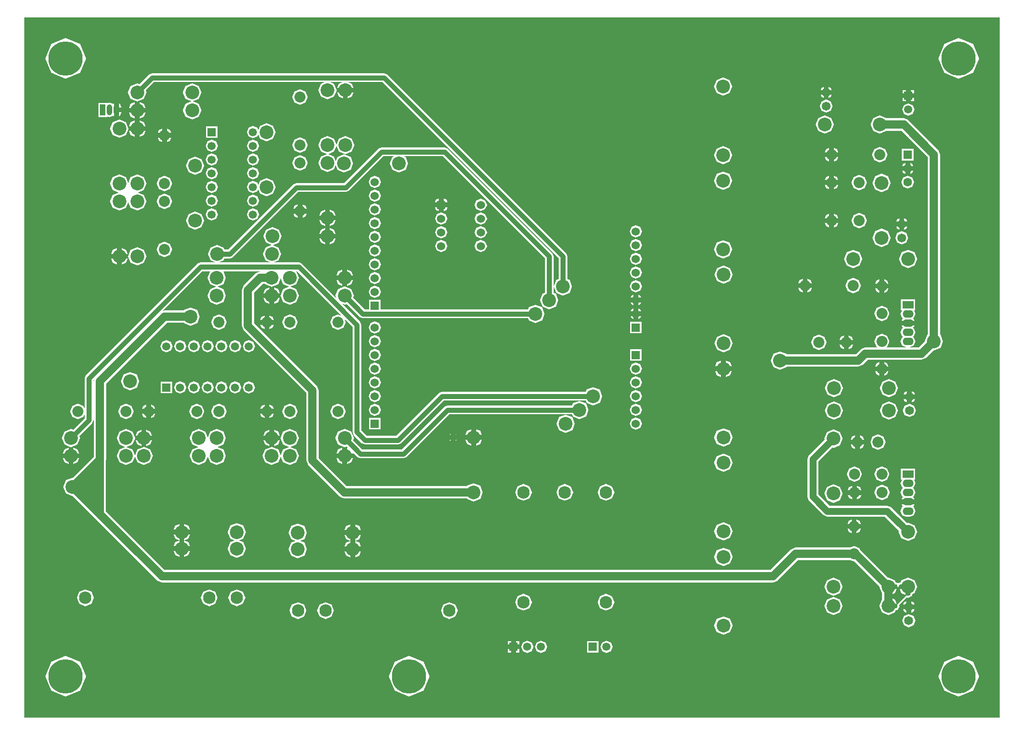
<source format=gtl>
%FSAX24Y24*%
%MOIN*%
G70*
G01*
G75*
G04 Layer_Physical_Order=1*
G04 Layer_Color=255*
%ADD10C,0.0350*%
%ADD11C,0.0600*%
%ADD12C,0.0500*%
%ADD13C,0.1000*%
%ADD14C,0.0800*%
%ADD15R,0.0591X0.0591*%
%ADD16C,0.0591*%
%ADD17R,0.0630X0.0630*%
%ADD18C,0.0630*%
%ADD19O,0.0787X0.0551*%
%ADD20R,0.0787X0.0551*%
%ADD21R,0.0600X0.0600*%
%ADD22C,0.0600*%
G04:AMPARAMS|DCode=23|XSize=60mil|YSize=60mil|CornerRadius=7.5mil|HoleSize=0mil|Usage=FLASHONLY|Rotation=0.000|XOffset=0mil|YOffset=0mil|HoleType=Round|Shape=RoundedRectangle|*
%AMROUNDEDRECTD23*
21,1,0.0600,0.0450,0,0,0.0*
21,1,0.0450,0.0600,0,0,0.0*
1,1,0.0150,0.0225,-0.0225*
1,1,0.0150,-0.0225,-0.0225*
1,1,0.0150,-0.0225,0.0225*
1,1,0.0150,0.0225,0.0225*
%
%ADD23ROUNDEDRECTD23*%
%ADD24C,0.0906*%
%ADD25O,0.0394X0.0787*%
%ADD26R,0.0394X0.0787*%
%ADD27R,0.0591X0.0591*%
%ADD28C,0.0650*%
%ADD29C,0.0591*%
%ADD30R,0.0591X0.0591*%
%ADD31R,0.0591X0.0591*%
%ADD32C,0.2500*%
G36*
X100000Y019000D02*
X029000D01*
Y070000D01*
X100000D01*
Y019000D01*
D02*
G37*
%LPC*%
G36*
X046482Y041125D02*
X046166D01*
X046259Y040902D01*
X046482Y040810D01*
Y041125D01*
D02*
G37*
G36*
X038534D02*
X038218D01*
Y040810D01*
X038441Y040902D01*
X038534Y041125D01*
D02*
G37*
G36*
X047147D02*
X046832D01*
Y040810D01*
X047055Y040902D01*
X047147Y041125D01*
D02*
G37*
G36*
X054500Y041855D02*
X054179Y041721D01*
X054045Y041400D01*
X054179Y041079D01*
X054500Y040945D01*
X054821Y041079D01*
X054955Y041400D01*
X054821Y041721D01*
X054500Y041855D01*
D02*
G37*
G36*
X093409Y041842D02*
X093069Y041701D01*
X092928Y041360D01*
X093069Y041019D01*
X093409Y040878D01*
X093750Y041019D01*
X093891Y041360D01*
X093750Y041701D01*
X093409Y041842D01*
D02*
G37*
G36*
X043157Y041863D02*
X042759Y041698D01*
X042594Y041300D01*
X042759Y040902D01*
X043157Y040737D01*
X043555Y040902D01*
X043720Y041300D01*
X043555Y041698D01*
X043157Y041863D01*
D02*
G37*
G36*
X041543D02*
X041145Y041698D01*
X040981Y041300D01*
X041145Y040902D01*
X041543Y040737D01*
X041941Y040902D01*
X042106Y041300D01*
X041941Y041698D01*
X041543Y041863D01*
D02*
G37*
G36*
X048320D02*
X047922Y041698D01*
X047757Y041300D01*
X047922Y040902D01*
X048320Y040737D01*
X048718Y040902D01*
X048883Y041300D01*
X048718Y041698D01*
X048320Y041863D01*
D02*
G37*
G36*
X037868Y041125D02*
X037553D01*
X037645Y040902D01*
X037868Y040810D01*
Y041125D01*
D02*
G37*
G36*
X051820Y041863D02*
X051422Y041698D01*
X051257Y041300D01*
X051422Y040902D01*
X051820Y040737D01*
X052218Y040902D01*
X052383Y041300D01*
X052218Y041698D01*
X051820Y041863D01*
D02*
G37*
G36*
X073500Y042855D02*
X073179Y042721D01*
X073045Y042400D01*
X073179Y042079D01*
X073500Y041945D01*
X073821Y042079D01*
X073955Y042400D01*
X073821Y042721D01*
X073500Y042855D01*
D02*
G37*
G36*
X054500D02*
X054179Y042721D01*
X054045Y042400D01*
X054179Y042079D01*
X054500Y041945D01*
X054821Y042079D01*
X054955Y042400D01*
X054821Y042721D01*
X054500Y042855D01*
D02*
G37*
G36*
X093234Y042185D02*
X093000D01*
X093069Y042019D01*
X093234Y041951D01*
Y042185D01*
D02*
G37*
G36*
X087919Y043661D02*
X087445Y043465D01*
X087248Y042990D01*
X087445Y042515D01*
X087919Y042319D01*
X088394Y042515D01*
X088590Y042990D01*
X088394Y043465D01*
X087919Y043661D01*
D02*
G37*
G36*
X093818Y042185D02*
X093584D01*
Y041951D01*
X093750Y042019D01*
X093818Y042185D01*
D02*
G37*
G36*
X037868Y041790D02*
X037645Y041698D01*
X037553Y041475D01*
X037868D01*
Y041790D01*
D02*
G37*
G36*
X073500Y041855D02*
X073179Y041721D01*
X073045Y041400D01*
X073179Y041079D01*
X073500Y040945D01*
X073821Y041079D01*
X073955Y041400D01*
X073821Y041721D01*
X073500Y041855D01*
D02*
G37*
G36*
X038218Y041790D02*
Y041475D01*
X038534D01*
X038441Y041698D01*
X038218Y041790D01*
D02*
G37*
G36*
X046832D02*
Y041475D01*
X047147D01*
X047055Y041698D01*
X046832Y041790D01*
D02*
G37*
G36*
X046482D02*
X046259Y041698D01*
X046166Y041475D01*
X046482D01*
Y041790D01*
D02*
G37*
G36*
X036380Y041863D02*
X035982Y041698D01*
X035817Y041300D01*
X035982Y040902D01*
X036380Y040737D01*
X036778Y040902D01*
X036943Y041300D01*
X036778Y041698D01*
X036380Y041863D01*
D02*
G37*
G36*
X037522Y039949D02*
X037222Y039825D01*
X037098Y039525D01*
X037522D01*
Y039949D01*
D02*
G37*
G36*
X048310Y040021D02*
X047835Y039825D01*
X047657Y039393D01*
X047657Y039393D01*
X047639Y039350D01*
X047657Y039307D01*
X047657Y039307D01*
X047835Y038875D01*
X048259Y038700D01*
X047835Y038525D01*
X047657Y038093D01*
X047478Y038525D01*
X047054Y038700D01*
X047054Y038700D01*
X047003Y038721D01*
X046952Y038700D01*
X046952Y038700D01*
X046529Y038525D01*
X046332Y038050D01*
X046529Y037575D01*
X047003Y037379D01*
X047478Y037575D01*
X047657Y038007D01*
X047835Y037575D01*
X048310Y037379D01*
X048785Y037575D01*
X048981Y038050D01*
X048785Y038525D01*
X048361Y038700D01*
X048785Y038875D01*
X048981Y039350D01*
X048785Y039825D01*
X048310Y040021D01*
D02*
G37*
G36*
X037872Y039949D02*
Y039525D01*
X038295D01*
X038171Y039825D01*
X037872Y039949D01*
D02*
G37*
G36*
X047178D02*
Y039525D01*
X047602D01*
X047478Y039825D01*
X047178Y039949D01*
D02*
G37*
G36*
X046828D02*
X046529Y039825D01*
X046405Y039525D01*
X046828D01*
Y039949D01*
D02*
G37*
G36*
X089464Y039550D02*
X089241Y039458D01*
X089149Y039235D01*
X089464D01*
Y039550D01*
D02*
G37*
G36*
X060452Y039225D02*
X060375D01*
Y039148D01*
X060430Y039170D01*
X060452Y039225D01*
D02*
G37*
G36*
X089814Y039550D02*
Y039235D01*
X090130D01*
X090037Y039458D01*
X089814Y039550D01*
D02*
G37*
G36*
X043003Y040021D02*
X042529Y039825D01*
X042350Y039393D01*
X042171Y039825D01*
X041697Y040021D01*
X041222Y039825D01*
X041026Y039350D01*
X041222Y038875D01*
X041646Y038700D01*
X041222Y038525D01*
X041026Y038050D01*
X041222Y037575D01*
X041697Y037379D01*
X042171Y037575D01*
X042350Y038007D01*
X042529Y037575D01*
X043003Y037379D01*
X043478Y037575D01*
X043674Y038050D01*
X043478Y038525D01*
X043054Y038700D01*
X043478Y038875D01*
X043674Y039350D01*
X043478Y039825D01*
X043003Y040021D01*
D02*
G37*
G36*
X036390D02*
X035915Y039825D01*
X035719Y039350D01*
X035915Y038875D01*
X036339Y038700D01*
X035915Y038525D01*
X035719Y038050D01*
X035915Y037575D01*
X036390Y037379D01*
X036865Y037575D01*
X037043Y038007D01*
X037222Y037575D01*
X037697Y037379D01*
X038171Y037575D01*
X038368Y038050D01*
X038171Y038525D01*
X037748Y038700D01*
X037748Y038700D01*
X037697Y038721D01*
X037646Y038700D01*
X037646Y038700D01*
X037222Y038525D01*
X037043Y038093D01*
X036865Y038525D01*
X036441Y038700D01*
X036865Y038875D01*
X037043Y039307D01*
X037043Y039307D01*
X037061Y039350D01*
X037043Y039393D01*
X037043Y039393D01*
X036865Y039825D01*
X036390Y040021D01*
D02*
G37*
G36*
X054920Y040820D02*
X054080D01*
Y039980D01*
X054920D01*
Y040820D01*
D02*
G37*
G36*
X073500Y040855D02*
X073179Y040721D01*
X073045Y040400D01*
X073179Y040079D01*
X073500Y039945D01*
X073821Y040079D01*
X073955Y040400D01*
X073821Y040721D01*
X073500Y040855D01*
D02*
G37*
G36*
X087919Y042021D02*
X087445Y041825D01*
X087248Y041350D01*
X087445Y040875D01*
X087919Y040679D01*
X088394Y040875D01*
X088590Y041350D01*
X088394Y041825D01*
X087919Y042021D01*
D02*
G37*
G36*
X069400Y042071D02*
X068925Y041875D01*
X068861Y041719D01*
X059800D01*
X059640Y041653D01*
X059574Y041626D01*
X056468Y038519D01*
X053592D01*
X052917Y039195D01*
X052981Y039350D01*
X052785Y039825D01*
X052310Y040021D01*
X051835Y039825D01*
X051639Y039350D01*
X051835Y038875D01*
X052259Y038700D01*
X052259Y038700D01*
X052310Y038679D01*
X052361Y038700D01*
X052361Y038700D01*
X052465Y038743D01*
X052613Y038596D01*
X052485Y038649D01*
Y038225D01*
X052909D01*
X052856Y038353D01*
X053234Y037974D01*
X053460Y037881D01*
X056600D01*
X056826Y037974D01*
X059932Y041081D01*
X068861D01*
X068925Y040925D01*
X069400Y040729D01*
X069875Y040925D01*
X070071Y041400D01*
X069875Y041875D01*
X069400Y042071D01*
D02*
G37*
G36*
X091919Y042021D02*
X091445Y041825D01*
X091248Y041350D01*
X091445Y040875D01*
X091919Y040679D01*
X092394Y040875D01*
X092590Y041350D01*
X092394Y041825D01*
X091919Y042021D01*
D02*
G37*
G36*
X060375Y039652D02*
Y039575D01*
X060452D01*
X060430Y039630D01*
X060375Y039652D01*
D02*
G37*
G36*
X060025D02*
X059970Y039630D01*
X059948Y039575D01*
X060025D01*
Y039652D01*
D02*
G37*
G36*
X061525Y039999D02*
X061225Y039875D01*
X061101Y039575D01*
X061525D01*
Y039999D01*
D02*
G37*
G36*
X068400Y041071D02*
X067925Y040875D01*
X067729Y040400D01*
X067925Y039925D01*
X068400Y039729D01*
X068875Y039925D01*
X069071Y040400D01*
X068875Y040875D01*
X068400Y041071D01*
D02*
G37*
G36*
X061875Y039999D02*
Y039575D01*
X062299D01*
X062175Y039875D01*
X061875Y039999D01*
D02*
G37*
G36*
X091919Y043661D02*
X091445Y043465D01*
X091248Y042990D01*
X091445Y042515D01*
X091919Y042319D01*
X092394Y042515D01*
X092590Y042990D01*
X092394Y043465D01*
X091919Y043661D01*
D02*
G37*
G36*
X041340Y046489D02*
X041022Y046358D01*
X040891Y046040D01*
X041022Y045722D01*
X041340Y045591D01*
X041658Y045722D01*
X041789Y046040D01*
X041658Y046358D01*
X041340Y046489D01*
D02*
G37*
G36*
X040340D02*
X040022Y046358D01*
X039891Y046040D01*
X040022Y045722D01*
X040340Y045591D01*
X040658Y045722D01*
X040789Y046040D01*
X040658Y046358D01*
X040340Y046489D01*
D02*
G37*
G36*
X042340D02*
X042022Y046358D01*
X041891Y046040D01*
X042022Y045722D01*
X042340Y045591D01*
X042658Y045722D01*
X042789Y046040D01*
X042658Y046358D01*
X042340Y046489D01*
D02*
G37*
G36*
X044340D02*
X044022Y046358D01*
X043891Y046040D01*
X044022Y045722D01*
X044340Y045591D01*
X044658Y045722D01*
X044789Y046040D01*
X044658Y046358D01*
X044340Y046489D01*
D02*
G37*
G36*
X043340D02*
X043022Y046358D01*
X042891Y046040D01*
X043022Y045722D01*
X043340Y045591D01*
X043658Y045722D01*
X043789Y046040D01*
X043658Y046358D01*
X043340Y046489D01*
D02*
G37*
G36*
X054500Y045855D02*
X054179Y045721D01*
X054045Y045400D01*
X054179Y045079D01*
X054500Y044945D01*
X054821Y045079D01*
X054955Y045400D01*
X054821Y045721D01*
X054500Y045855D01*
D02*
G37*
G36*
X080054Y044999D02*
Y044575D01*
X080478D01*
X080354Y044875D01*
X080054Y044999D01*
D02*
G37*
G36*
X073920Y045820D02*
X073080D01*
Y044980D01*
X073920D01*
Y045820D01*
D02*
G37*
G36*
X039340Y046489D02*
X039022Y046358D01*
X038891Y046040D01*
X039022Y045722D01*
X039340Y045591D01*
X039658Y045722D01*
X039789Y046040D01*
X039658Y046358D01*
X039340Y046489D01*
D02*
G37*
G36*
X079899Y046921D02*
X079425Y046725D01*
X079228Y046250D01*
X079425Y045775D01*
X079899Y045579D01*
X080374Y045775D01*
X080570Y046250D01*
X080374Y046725D01*
X079899Y046921D01*
D02*
G37*
G36*
X093793Y047555D02*
X092845D01*
X092898Y047427D01*
X092975Y047395D01*
X092898Y047363D01*
X092773Y047061D01*
X092898Y046758D01*
X092975Y046726D01*
X092898Y046694D01*
X092773Y046391D01*
X092898Y046089D01*
X093201Y045963D01*
X093437D01*
X093740Y046089D01*
X093866Y046391D01*
X093740Y046694D01*
X093663Y046726D01*
X093740Y046758D01*
X093866Y047061D01*
X093740Y047363D01*
X093663Y047395D01*
X093740Y047427D01*
X093793Y047555D01*
D02*
G37*
G36*
X091259Y062861D02*
X090785Y062665D01*
X090588Y062190D01*
X090785Y061715D01*
X091259Y061519D01*
X091734Y061715D01*
X091742Y061735D01*
X092822D01*
X094745Y059812D01*
Y046883D01*
X094725Y046875D01*
X094529Y046400D01*
X094537Y046380D01*
X094112Y045955D01*
X091717D01*
X091807Y045992D01*
X091972Y046390D01*
X091807Y046788D01*
X091409Y046953D01*
X091011Y046788D01*
X090846Y046390D01*
X091011Y045992D01*
X091102Y045955D01*
X090200D01*
X089879Y045821D01*
X089512Y045455D01*
X084483D01*
X084475Y045475D01*
X084000Y045671D01*
X083525Y045475D01*
X083329Y045000D01*
X083525Y044525D01*
X084000Y044329D01*
X084475Y044525D01*
X084483Y044545D01*
X089700D01*
X090021Y044679D01*
X090388Y045045D01*
X094300D01*
X094621Y045179D01*
X095180Y045737D01*
X095200Y045729D01*
X095675Y045925D01*
X095871Y046400D01*
X095675Y046875D01*
X095655Y046883D01*
Y060000D01*
X095521Y060321D01*
X093331Y062511D01*
X093010Y062645D01*
X091742D01*
X091734Y062665D01*
X091259Y062861D01*
D02*
G37*
G36*
X088654Y046810D02*
X088431Y046718D01*
X088339Y046495D01*
X088654D01*
Y046810D01*
D02*
G37*
G36*
X054500Y047855D02*
X054179Y047721D01*
X054045Y047400D01*
X054179Y047079D01*
X054500Y046945D01*
X054821Y047079D01*
X054955Y047400D01*
X054821Y047721D01*
X054500Y047855D01*
D02*
G37*
G36*
X089004Y046810D02*
Y046495D01*
X089320D01*
X089227Y046718D01*
X089004Y046810D01*
D02*
G37*
G36*
X086829Y046883D02*
X086431Y046718D01*
X086266Y046320D01*
X086431Y045922D01*
X086829Y045757D01*
X087227Y045922D01*
X087392Y046320D01*
X087227Y046718D01*
X086829Y046883D01*
D02*
G37*
G36*
X045340Y046489D02*
X045022Y046358D01*
X044891Y046040D01*
X045022Y045722D01*
X045340Y045591D01*
X045658Y045722D01*
X045789Y046040D01*
X045658Y046358D01*
X045340Y046489D01*
D02*
G37*
G36*
X088654Y046145D02*
X088339D01*
X088431Y045922D01*
X088654Y045830D01*
Y046145D01*
D02*
G37*
G36*
X054500Y046855D02*
X054179Y046721D01*
X054045Y046400D01*
X054179Y046079D01*
X054500Y045945D01*
X054821Y046079D01*
X054955Y046400D01*
X054821Y046721D01*
X054500Y046855D01*
D02*
G37*
G36*
X089320Y046145D02*
X089004D01*
Y045830D01*
X089227Y045922D01*
X089320Y046145D01*
D02*
G37*
G36*
X079704Y044999D02*
X079405Y044875D01*
X079281Y044575D01*
X079704D01*
Y044999D01*
D02*
G37*
G36*
X044340Y043489D02*
X044022Y043358D01*
X043891Y043040D01*
X044022Y042722D01*
X044340Y042591D01*
X044658Y042722D01*
X044789Y043040D01*
X044658Y043358D01*
X044340Y043489D01*
D02*
G37*
G36*
X043340D02*
X043022Y043358D01*
X042891Y043040D01*
X043022Y042722D01*
X043340Y042591D01*
X043658Y042722D01*
X043789Y043040D01*
X043658Y043358D01*
X043340Y043489D01*
D02*
G37*
G36*
X045340D02*
X045022Y043358D01*
X044891Y043040D01*
X045022Y042722D01*
X045340Y042591D01*
X045658Y042722D01*
X045789Y043040D01*
X045658Y043358D01*
X045340Y043489D01*
D02*
G37*
G36*
X036700Y044171D02*
X036225Y043975D01*
X036029Y043500D01*
X036225Y043025D01*
X036700Y042829D01*
X037175Y043025D01*
X037371Y043500D01*
X037175Y043975D01*
X036700Y044171D01*
D02*
G37*
G36*
X039755Y043455D02*
X038925D01*
Y042625D01*
X039755D01*
Y043455D01*
D02*
G37*
G36*
X093584Y042769D02*
Y042535D01*
X093818D01*
X093750Y042701D01*
X093584Y042769D01*
D02*
G37*
G36*
X093234D02*
X093069Y042701D01*
X093000Y042535D01*
X093234D01*
Y042769D01*
D02*
G37*
G36*
X040340Y043489D02*
X040022Y043358D01*
X039891Y043040D01*
X040022Y042722D01*
X040340Y042591D01*
X040658Y042722D01*
X040789Y043040D01*
X040658Y043358D01*
X040340Y043489D01*
D02*
G37*
G36*
X042340D02*
X042022Y043358D01*
X041891Y043040D01*
X042022Y042722D01*
X042340Y042591D01*
X042658Y042722D01*
X042789Y043040D01*
X042658Y043358D01*
X042340Y043489D01*
D02*
G37*
G36*
X041340D02*
X041022Y043358D01*
X040891Y043040D01*
X041022Y042722D01*
X041340Y042591D01*
X041658Y042722D01*
X041789Y043040D01*
X041658Y043358D01*
X041340Y043489D01*
D02*
G37*
G36*
X054500Y044855D02*
X054179Y044721D01*
X054045Y044400D01*
X054179Y044079D01*
X054500Y043945D01*
X054821Y044079D01*
X054955Y044400D01*
X054821Y044721D01*
X054500Y044855D01*
D02*
G37*
G36*
X091900Y044215D02*
X091584D01*
Y043900D01*
X091807Y043992D01*
X091900Y044215D01*
D02*
G37*
G36*
X073500Y044855D02*
X073179Y044721D01*
X073045Y044400D01*
X073179Y044079D01*
X073500Y043945D01*
X073821Y044079D01*
X073955Y044400D01*
X073821Y044721D01*
X073500Y044855D01*
D02*
G37*
G36*
X091584Y044880D02*
Y044565D01*
X091900D01*
X091807Y044788D01*
X091584Y044880D01*
D02*
G37*
G36*
X091234D02*
X091011Y044788D01*
X090919Y044565D01*
X091234D01*
Y044880D01*
D02*
G37*
G36*
X073500Y043855D02*
X073179Y043721D01*
X073045Y043400D01*
X073179Y043079D01*
X073500Y042945D01*
X073821Y043079D01*
X073955Y043400D01*
X073821Y043721D01*
X073500Y043855D01*
D02*
G37*
G36*
X054500D02*
X054179Y043721D01*
X054045Y043400D01*
X054179Y043079D01*
X054500Y042945D01*
X054821Y043079D01*
X054955Y043400D01*
X054821Y043721D01*
X054500Y043855D01*
D02*
G37*
G36*
X079704Y044225D02*
X079281D01*
X079405Y043925D01*
X079704Y043801D01*
Y044225D01*
D02*
G37*
G36*
X091234Y044215D02*
X090919D01*
X091011Y043992D01*
X091234Y043900D01*
Y044215D01*
D02*
G37*
G36*
X080478Y044225D02*
X080054D01*
Y043801D01*
X080354Y043925D01*
X080478Y044225D01*
D02*
G37*
G36*
X060025Y039225D02*
X059948D01*
X059970Y039170D01*
X060025Y039148D01*
Y039225D01*
D02*
G37*
G36*
X079879Y031371D02*
X079405Y031175D01*
X079208Y030700D01*
X079405Y030225D01*
X079879Y030029D01*
X080354Y030225D01*
X080550Y030700D01*
X080354Y031175D01*
X079879Y031371D01*
D02*
G37*
G36*
X087889Y029201D02*
X087415Y029005D01*
X087218Y028530D01*
X087415Y028055D01*
X087889Y027859D01*
X088364Y028055D01*
X088560Y028530D01*
X088364Y029005D01*
X087889Y029201D01*
D02*
G37*
G36*
X048900Y033141D02*
X048425Y032945D01*
X048229Y032470D01*
X048425Y031995D01*
X048728Y031870D01*
X048425Y031745D01*
X048229Y031270D01*
X048425Y030795D01*
X048900Y030599D01*
X049375Y030795D01*
X049571Y031270D01*
X049375Y031745D01*
X049072Y031870D01*
X049375Y031995D01*
X049571Y032470D01*
X049375Y032945D01*
X048900Y033141D01*
D02*
G37*
G36*
X052725Y031095D02*
X052301D01*
X052425Y030795D01*
X052725Y030671D01*
Y031095D01*
D02*
G37*
G36*
X044450Y033171D02*
X043975Y032975D01*
X043779Y032500D01*
X043975Y032025D01*
X044278Y031900D01*
X043975Y031775D01*
X043779Y031300D01*
X043975Y030825D01*
X044450Y030629D01*
X044925Y030825D01*
X045121Y031300D01*
X044925Y031775D01*
X044622Y031900D01*
X044925Y032025D01*
X045121Y032500D01*
X044925Y032975D01*
X044450Y033171D01*
D02*
G37*
G36*
X042452Y028340D02*
X042014Y028158D01*
X041832Y027720D01*
X042014Y027282D01*
X042452Y027100D01*
X042890Y027282D01*
X043072Y027720D01*
X042890Y028158D01*
X042452Y028340D01*
D02*
G37*
G36*
X033436D02*
X032998Y028158D01*
X032816Y027720D01*
X032998Y027282D01*
X033436Y027100D01*
X033875Y027282D01*
X034056Y027720D01*
X033875Y028158D01*
X033436Y028340D01*
D02*
G37*
G36*
X044460D02*
X044022Y028158D01*
X043840Y027720D01*
X044022Y027282D01*
X044460Y027100D01*
X044898Y027282D01*
X045080Y027720D01*
X044898Y028158D01*
X044460Y028340D01*
D02*
G37*
G36*
X093544Y027459D02*
Y027225D01*
X093778D01*
X093710Y027391D01*
X093544Y027459D01*
D02*
G37*
G36*
X093194D02*
X093029Y027391D01*
X092960Y027225D01*
X093194D01*
Y027459D01*
D02*
G37*
G36*
X040625Y031899D02*
Y031475D01*
X041049D01*
X040925Y031775D01*
X040625Y031899D01*
D02*
G37*
G36*
X040275D02*
X039975Y031775D01*
X039851Y031475D01*
X040275D01*
Y031899D01*
D02*
G37*
G36*
X052725Y032295D02*
X052301D01*
X052425Y031995D01*
X052725Y031871D01*
Y032295D01*
D02*
G37*
G36*
X079879Y033221D02*
X079405Y033025D01*
X079208Y032550D01*
X079405Y032075D01*
X079879Y031879D01*
X080354Y032075D01*
X080550Y032550D01*
X080354Y033025D01*
X079879Y033221D01*
D02*
G37*
G36*
X053499Y032295D02*
X053075D01*
Y031871D01*
X053375Y031995D01*
X053499Y032295D01*
D02*
G37*
G36*
X040275Y031125D02*
X039851D01*
X039975Y030825D01*
X040275Y030701D01*
Y031125D01*
D02*
G37*
G36*
X053499Y031095D02*
X053075D01*
Y030671D01*
X053375Y030795D01*
X053499Y031095D01*
D02*
G37*
G36*
X041049Y031125D02*
X040625D01*
Y030701D01*
X040925Y030825D01*
X041049Y031125D01*
D02*
G37*
G36*
X053075Y031869D02*
Y031445D01*
X053499D01*
X053375Y031745D01*
X053075Y031869D01*
D02*
G37*
G36*
X052725D02*
X052425Y031745D01*
X052301Y031445D01*
X052725D01*
Y031869D01*
D02*
G37*
G36*
X071330Y028020D02*
X070892Y027838D01*
X070710Y027400D01*
X070892Y026962D01*
X071330Y026780D01*
X071768Y026962D01*
X071950Y027400D01*
X071768Y027838D01*
X071330Y028020D01*
D02*
G37*
G36*
X064425Y023975D02*
X064185D01*
Y023735D01*
X064425D01*
Y023975D01*
D02*
G37*
G36*
X071370Y024599D02*
X071052Y024468D01*
X070921Y024150D01*
X071052Y023832D01*
X071370Y023701D01*
X071688Y023832D01*
X071819Y024150D01*
X071688Y024468D01*
X071370Y024599D01*
D02*
G37*
G36*
X065015Y023975D02*
X064775D01*
Y023735D01*
X065015D01*
Y023975D01*
D02*
G37*
G36*
X064425Y024565D02*
X064185D01*
Y024325D01*
X064425D01*
Y024565D01*
D02*
G37*
G36*
X070785D02*
X069955D01*
Y023735D01*
X070785D01*
Y024565D01*
D02*
G37*
G36*
X057000Y023483D02*
X055951Y023049D01*
X055517Y022000D01*
X055951Y020951D01*
X057000Y020517D01*
X058049Y020951D01*
X058483Y022000D01*
X058049Y023049D01*
X057000Y023483D01*
D02*
G37*
G36*
X032000D02*
X030951Y023049D01*
X030517Y022000D01*
X030951Y020951D01*
X032000Y020517D01*
X033049Y020951D01*
X033483Y022000D01*
X033049Y023049D01*
X032000Y023483D01*
D02*
G37*
G36*
X097000D02*
X095951Y023049D01*
X095517Y022000D01*
X095951Y020951D01*
X097000Y020517D01*
X098049Y020951D01*
X098483Y022000D01*
X098049Y023049D01*
X097000Y023483D01*
D02*
G37*
G36*
X066600Y024599D02*
X066282Y024468D01*
X066151Y024150D01*
X066282Y023832D01*
X066600Y023701D01*
X066918Y023832D01*
X067049Y024150D01*
X066918Y024468D01*
X066600Y024599D01*
D02*
G37*
G36*
X065600D02*
X065282Y024468D01*
X065151Y024150D01*
X065282Y023832D01*
X065600Y023701D01*
X065918Y023832D01*
X066049Y024150D01*
X065918Y024468D01*
X065600Y024599D01*
D02*
G37*
G36*
X087889Y027791D02*
X087415Y027595D01*
X087218Y027120D01*
X087415Y026645D01*
X087889Y026449D01*
X088364Y026645D01*
X088560Y027120D01*
X088364Y027595D01*
X087889Y027791D01*
D02*
G37*
G36*
X059934Y027400D02*
X059495Y027218D01*
X059314Y026780D01*
X059495Y026342D01*
X059934Y026160D01*
X060372Y026342D01*
X060554Y026780D01*
X060372Y027218D01*
X059934Y027400D01*
D02*
G37*
G36*
X093194Y026875D02*
X092960D01*
X093029Y026709D01*
X093194Y026641D01*
Y026875D01*
D02*
G37*
G36*
X065330Y028020D02*
X064892Y027838D01*
X064710Y027400D01*
X064892Y026962D01*
X065330Y026780D01*
X065768Y026962D01*
X065950Y027400D01*
X065768Y027838D01*
X065330Y028020D01*
D02*
G37*
G36*
X093778Y026875D02*
X093544D01*
Y026641D01*
X093710Y026709D01*
X093778Y026875D01*
D02*
G37*
G36*
X079879Y026371D02*
X079405Y026175D01*
X079208Y025700D01*
X079405Y025225D01*
X079879Y025029D01*
X080354Y025225D01*
X080550Y025700D01*
X080354Y026175D01*
X079879Y026371D01*
D02*
G37*
G36*
X065015Y024565D02*
X064775D01*
Y024325D01*
X065015D01*
Y024565D01*
D02*
G37*
G36*
X093369Y026532D02*
X093029Y026391D01*
X092888Y026050D01*
X093029Y025709D01*
X093369Y025568D01*
X093710Y025709D01*
X093851Y026050D01*
X093710Y026391D01*
X093369Y026532D01*
D02*
G37*
G36*
X050918Y027400D02*
X050480Y027218D01*
X050298Y026780D01*
X050480Y026342D01*
X050918Y026160D01*
X051356Y026342D01*
X051538Y026780D01*
X051356Y027218D01*
X050918Y027400D01*
D02*
G37*
G36*
X048910D02*
X048472Y027218D01*
X048290Y026780D01*
X048472Y026342D01*
X048910Y026160D01*
X049348Y026342D01*
X049530Y026780D01*
X049348Y027218D01*
X048910Y027400D01*
D02*
G37*
G36*
X040275Y032325D02*
X039851D01*
X039975Y032025D01*
X040275Y031901D01*
Y032325D01*
D02*
G37*
G36*
X032215Y038649D02*
X031915Y038525D01*
X031791Y038225D01*
X032215D01*
Y038649D01*
D02*
G37*
G36*
X052909Y037875D02*
X052485D01*
Y037451D01*
X052785Y037575D01*
X052909Y037875D01*
D02*
G37*
G36*
X032565Y038649D02*
Y038225D01*
X032989D01*
X032865Y038525D01*
X032565Y038649D01*
D02*
G37*
G36*
X091139Y039623D02*
X090741Y039458D01*
X090576Y039060D01*
X090741Y038662D01*
X091139Y038497D01*
X091537Y038662D01*
X091702Y039060D01*
X091537Y039458D01*
X091139Y039623D01*
D02*
G37*
G36*
X052135Y038649D02*
X051835Y038525D01*
X051711Y038225D01*
X052135D01*
Y038649D01*
D02*
G37*
G36*
X079879Y038221D02*
X079405Y038025D01*
X079208Y037550D01*
X079405Y037075D01*
X079879Y036879D01*
X080354Y037075D01*
X080550Y037550D01*
X080354Y038025D01*
X079879Y038221D01*
D02*
G37*
G36*
X091409Y037283D02*
X091011Y037118D01*
X090846Y036720D01*
X091011Y036322D01*
X091409Y036157D01*
X091807Y036322D01*
X091972Y036720D01*
X091807Y037118D01*
X091409Y037283D01*
D02*
G37*
G36*
X032215Y037875D02*
X031791D01*
X031915Y037575D01*
X032215Y037451D01*
Y037875D01*
D02*
G37*
G36*
X052135D02*
X051711D01*
X051835Y037575D01*
X052135Y037451D01*
Y037875D01*
D02*
G37*
G36*
X032989D02*
X032565D01*
Y037451D01*
X032865Y037575D01*
X032989Y037875D01*
D02*
G37*
G36*
X046828Y039175D02*
X046405D01*
X046529Y038875D01*
X046828Y038751D01*
Y039175D01*
D02*
G37*
G36*
X038295D02*
X037872D01*
Y038751D01*
X038171Y038875D01*
X038295Y039175D01*
D02*
G37*
G36*
X047602D02*
X047178D01*
Y038751D01*
X047478Y038875D01*
X047602Y039175D01*
D02*
G37*
G36*
X062299Y039225D02*
X061875D01*
Y038801D01*
X062175Y038925D01*
X062299Y039225D01*
D02*
G37*
G36*
X061525D02*
X061101D01*
X061225Y038925D01*
X061525Y038801D01*
Y039225D01*
D02*
G37*
G36*
X090130Y038885D02*
X089814D01*
Y038570D01*
X090037Y038662D01*
X090130Y038885D01*
D02*
G37*
G36*
X089464D02*
X089149D01*
X089241Y038662D01*
X089464Y038570D01*
Y038885D01*
D02*
G37*
G36*
X087889Y039981D02*
X087415Y039785D01*
X087218Y039310D01*
X087249Y039236D01*
X086107Y038094D01*
X085990Y037811D01*
Y035090D01*
X086107Y034807D01*
X087157Y033757D01*
X087157Y033757D01*
X087440Y033640D01*
X091633D01*
X092669Y032604D01*
X092638Y032530D01*
X092835Y032055D01*
X093309Y031859D01*
X093784Y032055D01*
X093980Y032530D01*
X093784Y033005D01*
X093309Y033201D01*
X093235Y033170D01*
X092082Y034323D01*
X091799Y034440D01*
X087606D01*
X086790Y035256D01*
Y037645D01*
X087815Y038670D01*
X087889Y038639D01*
X088364Y038835D01*
X088560Y039310D01*
X088364Y039785D01*
X087889Y039981D01*
D02*
G37*
G36*
X037522Y039175D02*
X037098D01*
X037222Y038875D01*
X037522Y038751D01*
Y039175D01*
D02*
G37*
G36*
X079879Y040071D02*
X079405Y039875D01*
X079208Y039400D01*
X079405Y038925D01*
X079879Y038729D01*
X080354Y038925D01*
X080550Y039400D01*
X080354Y039875D01*
X079879Y040071D01*
D02*
G37*
G36*
X089409Y037283D02*
X089011Y037118D01*
X088846Y036720D01*
X089011Y036322D01*
X089409Y036157D01*
X089807Y036322D01*
X089972Y036720D01*
X089807Y037118D01*
X089409Y037283D01*
D02*
G37*
G36*
X040625Y033099D02*
Y032675D01*
X041049D01*
X040925Y032975D01*
X040625Y033099D01*
D02*
G37*
G36*
X040275D02*
X039975Y032975D01*
X039851Y032675D01*
X040275D01*
Y033099D01*
D02*
G37*
G36*
X089224Y033410D02*
X089001Y033318D01*
X088909Y033095D01*
X089224D01*
Y033410D01*
D02*
G37*
G36*
X093793Y034536D02*
X092845D01*
X092898Y034408D01*
X092975Y034376D01*
X092898Y034344D01*
X092773Y034041D01*
X092898Y033739D01*
X093201Y033613D01*
X093437D01*
X093740Y033739D01*
X093866Y034041D01*
X093740Y034344D01*
X093663Y034376D01*
X093740Y034408D01*
X093793Y034536D01*
D02*
G37*
G36*
X089574Y033410D02*
Y033095D01*
X089890D01*
X089797Y033318D01*
X089574Y033410D01*
D02*
G37*
G36*
X089224Y032745D02*
X088909D01*
X089001Y032522D01*
X089224Y032430D01*
Y032745D01*
D02*
G37*
G36*
X041049Y032325D02*
X040625D01*
Y031901D01*
X040925Y032025D01*
X041049Y032325D01*
D02*
G37*
G36*
X089890Y032745D02*
X089574D01*
Y032430D01*
X089797Y032522D01*
X089890Y032745D01*
D02*
G37*
G36*
X053075Y033069D02*
Y032645D01*
X053499D01*
X053375Y032945D01*
X053075Y033069D01*
D02*
G37*
G36*
X052725D02*
X052425Y032945D01*
X052301Y032645D01*
X052725D01*
Y033069D01*
D02*
G37*
G36*
X089244Y035205D02*
X088929D01*
X089021Y034982D01*
X089244Y034890D01*
Y035205D01*
D02*
G37*
G36*
X093833Y037114D02*
X092806D01*
Y036323D01*
X092886D01*
X092773Y036049D01*
X092898Y035747D01*
X092975Y035715D01*
X092898Y035683D01*
X092773Y035380D01*
X092898Y035077D01*
X092975Y035045D01*
X092898Y035013D01*
X092845Y034886D01*
X093793D01*
X093740Y035013D01*
X093663Y035045D01*
X093740Y035077D01*
X093866Y035380D01*
X093740Y035683D01*
X093663Y035715D01*
X093740Y035747D01*
X093866Y036049D01*
X093752Y036323D01*
X093833D01*
Y037114D01*
D02*
G37*
G36*
X089910Y035205D02*
X089594D01*
Y034890D01*
X089817Y034982D01*
X089910Y035205D01*
D02*
G37*
G36*
X089594Y035870D02*
Y035555D01*
X089910D01*
X089817Y035778D01*
X089594Y035870D01*
D02*
G37*
G36*
X089244D02*
X089021Y035778D01*
X088929Y035555D01*
X089244D01*
Y035870D01*
D02*
G37*
G36*
X065330Y036020D02*
X064892Y035838D01*
X064710Y035400D01*
X064892Y034962D01*
X065330Y034780D01*
X065768Y034962D01*
X065950Y035400D01*
X065768Y035838D01*
X065330Y036020D01*
D02*
G37*
G36*
X087889Y035981D02*
X087415Y035785D01*
X087218Y035310D01*
X087415Y034835D01*
X087889Y034639D01*
X088364Y034835D01*
X088560Y035310D01*
X088364Y035785D01*
X087889Y035981D01*
D02*
G37*
G36*
X068330Y036020D02*
X067892Y035838D01*
X067710Y035400D01*
X067892Y034962D01*
X068330Y034780D01*
X068768Y034962D01*
X068950Y035400D01*
X068768Y035838D01*
X068330Y036020D01*
D02*
G37*
G36*
X091419Y035943D02*
X091021Y035778D01*
X090856Y035380D01*
X091021Y034982D01*
X091419Y034817D01*
X091817Y034982D01*
X091982Y035380D01*
X091817Y035778D01*
X091419Y035943D01*
D02*
G37*
G36*
X071330Y036020D02*
X070892Y035838D01*
X070710Y035400D01*
X070892Y034962D01*
X071330Y034780D01*
X071768Y034962D01*
X071950Y035400D01*
X071768Y035838D01*
X071330Y036020D01*
D02*
G37*
G36*
X073920Y047820D02*
X073080D01*
Y046980D01*
X073920D01*
Y047820D01*
D02*
G37*
G36*
X042640Y059079D02*
X042322Y058948D01*
X042191Y058630D01*
X042322Y058312D01*
X042640Y058181D01*
X042958Y058312D01*
X043089Y058630D01*
X042958Y058948D01*
X042640Y059079D01*
D02*
G37*
G36*
X087924Y058460D02*
Y058145D01*
X088240D01*
X088147Y058368D01*
X087924Y058460D01*
D02*
G37*
G36*
X045640Y059079D02*
X045322Y058948D01*
X045191Y058630D01*
X045322Y058312D01*
X045640Y058181D01*
X045958Y058312D01*
X046089Y058630D01*
X045958Y058948D01*
X045640Y059079D01*
D02*
G37*
G36*
X093125Y058815D02*
X092901D01*
X092967Y058657D01*
X093125Y058592D01*
Y058815D01*
D02*
G37*
G36*
X041420Y059861D02*
X040945Y059665D01*
X040749Y059190D01*
X040945Y058715D01*
X041420Y058519D01*
X041895Y058715D01*
X042091Y059190D01*
X041895Y059665D01*
X041420Y059861D01*
D02*
G37*
G36*
X054500Y058455D02*
X054179Y058321D01*
X054045Y058000D01*
X054179Y057679D01*
X054500Y057545D01*
X054821Y057679D01*
X054955Y058000D01*
X054821Y058321D01*
X054500Y058455D01*
D02*
G37*
G36*
X093300Y058461D02*
X092967Y058323D01*
X092829Y057990D01*
X092967Y057657D01*
X093300Y057519D01*
X093632Y057657D01*
X093770Y057990D01*
X093632Y058323D01*
X093300Y058461D01*
D02*
G37*
G36*
X046620Y058301D02*
X046145Y058105D01*
X046019Y057800D01*
X045958Y057948D01*
X045640Y058079D01*
X045322Y057948D01*
X045191Y057630D01*
X045322Y057312D01*
X045640Y057181D01*
X045958Y057312D01*
X046019Y057460D01*
X046145Y057155D01*
X046620Y056959D01*
X047095Y057155D01*
X047291Y057630D01*
X047095Y058105D01*
X046620Y058301D01*
D02*
G37*
G36*
X087574Y058460D02*
X087351Y058368D01*
X087259Y058145D01*
X087574D01*
Y058460D01*
D02*
G37*
G36*
X037210Y058561D02*
X036735Y058365D01*
X036560Y057941D01*
X036385Y058365D01*
X035910Y058561D01*
X035435Y058365D01*
X035239Y057890D01*
X035435Y057415D01*
X035859Y057240D01*
X035435Y057065D01*
X035239Y056590D01*
X035435Y056115D01*
X035910Y055919D01*
X036385Y056115D01*
X036560Y056539D01*
X036735Y056115D01*
X037210Y055919D01*
X037685Y056115D01*
X037881Y056590D01*
X037685Y057065D01*
X037261Y057240D01*
X037685Y057415D01*
X037881Y057890D01*
X037685Y058365D01*
X037210Y058561D01*
D02*
G37*
G36*
X093698Y058815D02*
X093475D01*
Y058592D01*
X093632Y058657D01*
X093698Y058815D01*
D02*
G37*
G36*
X091249Y060553D02*
X090851Y060388D01*
X090686Y059990D01*
X090851Y059592D01*
X091249Y059427D01*
X091647Y059592D01*
X091812Y059990D01*
X091647Y060388D01*
X091249Y060553D01*
D02*
G37*
G36*
X079849Y060621D02*
X079375Y060425D01*
X079178Y059950D01*
X079375Y059475D01*
X079849Y059279D01*
X080324Y059475D01*
X080520Y059950D01*
X080324Y060425D01*
X079849Y060621D01*
D02*
G37*
G36*
X087574Y059815D02*
X087259D01*
X087351Y059592D01*
X087574Y059500D01*
Y059815D01*
D02*
G37*
G36*
X093735Y060425D02*
X092865D01*
Y059555D01*
X093735D01*
Y060425D01*
D02*
G37*
G36*
X088240Y059815D02*
X087924D01*
Y059500D01*
X088147Y059592D01*
X088240Y059815D01*
D02*
G37*
G36*
X093125Y059388D02*
X092967Y059323D01*
X092901Y059165D01*
X093125D01*
Y059388D01*
D02*
G37*
G36*
X049070Y059943D02*
X048672Y059778D01*
X048507Y059380D01*
X048672Y058982D01*
X049070Y058817D01*
X049468Y058982D01*
X049633Y059380D01*
X049468Y059778D01*
X049070Y059943D01*
D02*
G37*
G36*
X093475Y059388D02*
Y059165D01*
X093698D01*
X093632Y059323D01*
X093475Y059388D01*
D02*
G37*
G36*
X045640Y060079D02*
X045322Y059948D01*
X045191Y059630D01*
X045322Y059312D01*
X045640Y059181D01*
X045958Y059312D01*
X046089Y059630D01*
X045958Y059948D01*
X045640Y060079D01*
D02*
G37*
G36*
X042640D02*
X042322Y059948D01*
X042191Y059630D01*
X042322Y059312D01*
X042640Y059181D01*
X042958Y059312D01*
X043089Y059630D01*
X042958Y059948D01*
X042640Y060079D01*
D02*
G37*
G36*
X039200Y057163D02*
X038802Y056998D01*
X038637Y056600D01*
X038802Y056202D01*
X039200Y056037D01*
X039598Y056202D01*
X039763Y056600D01*
X039598Y056998D01*
X039200Y057163D01*
D02*
G37*
G36*
X059776Y056165D02*
X059515D01*
Y055904D01*
X059565D01*
X059714Y055966D01*
X059776Y056115D01*
Y056165D01*
D02*
G37*
G36*
X048895Y056370D02*
X048672Y056278D01*
X048580Y056055D01*
X048895D01*
Y056370D01*
D02*
G37*
G36*
X042640Y057079D02*
X042322Y056948D01*
X042191Y056630D01*
X042322Y056312D01*
X042640Y056181D01*
X042958Y056312D01*
X043089Y056630D01*
X042958Y056948D01*
X042640Y057079D01*
D02*
G37*
G36*
X049245Y056370D02*
Y056055D01*
X049560D01*
X049468Y056278D01*
X049245Y056370D01*
D02*
G37*
G36*
X050885Y055989D02*
X050585Y055865D01*
X050461Y055565D01*
X050885D01*
Y055989D01*
D02*
G37*
G36*
X054500Y056455D02*
X054179Y056321D01*
X054045Y056000D01*
X054179Y055679D01*
X054500Y055545D01*
X054821Y055679D01*
X054955Y056000D01*
X054821Y056321D01*
X054500Y056455D01*
D02*
G37*
G36*
X051235Y055989D02*
Y055565D01*
X051659D01*
X051535Y055865D01*
X051235Y055989D01*
D02*
G37*
G36*
X059165Y056165D02*
X058904D01*
Y056115D01*
X058966Y055966D01*
X059115Y055904D01*
X059165D01*
Y056165D01*
D02*
G37*
G36*
X062220Y056795D02*
X061899Y056661D01*
X061765Y056340D01*
X061899Y056019D01*
X062220Y055885D01*
X062541Y056019D01*
X062675Y056340D01*
X062541Y056661D01*
X062220Y056795D01*
D02*
G37*
G36*
X045640Y057079D02*
X045322Y056948D01*
X045191Y056630D01*
X045322Y056312D01*
X045640Y056181D01*
X045958Y056312D01*
X046089Y056630D01*
X045958Y056948D01*
X045640Y057079D01*
D02*
G37*
G36*
X089749Y058533D02*
X089351Y058368D01*
X089186Y057970D01*
X089351Y057572D01*
X089749Y057407D01*
X090147Y057572D01*
X090312Y057970D01*
X090147Y058368D01*
X089749Y058533D01*
D02*
G37*
G36*
X039200Y058463D02*
X038802Y058298D01*
X038637Y057900D01*
X038802Y057502D01*
X039200Y057337D01*
X039598Y057502D01*
X039763Y057900D01*
X039598Y058298D01*
X039200Y058463D01*
D02*
G37*
G36*
X079849Y058771D02*
X079375Y058575D01*
X079178Y058100D01*
X079375Y057625D01*
X079849Y057429D01*
X080324Y057625D01*
X080520Y058100D01*
X080324Y058575D01*
X079849Y058771D01*
D02*
G37*
G36*
X088240Y057795D02*
X087924D01*
Y057480D01*
X088147Y057572D01*
X088240Y057795D01*
D02*
G37*
G36*
X087574D02*
X087259D01*
X087351Y057572D01*
X087574Y057480D01*
Y057795D01*
D02*
G37*
G36*
X059565Y056776D02*
X059515D01*
Y056515D01*
X059776D01*
Y056565D01*
X059714Y056714D01*
X059565Y056776D01*
D02*
G37*
G36*
X059165D02*
X059115D01*
X058966Y056714D01*
X058904Y056565D01*
Y056515D01*
X059165D01*
Y056776D01*
D02*
G37*
G36*
X054500Y057455D02*
X054179Y057321D01*
X054045Y057000D01*
X054179Y056679D01*
X054500Y056545D01*
X054821Y056679D01*
X054955Y057000D01*
X054821Y057321D01*
X054500Y057455D01*
D02*
G37*
G36*
X091399Y058611D02*
X090925Y058415D01*
X090728Y057940D01*
X090925Y057465D01*
X091399Y057269D01*
X091874Y057465D01*
X092070Y057940D01*
X091874Y058415D01*
X091399Y058611D01*
D02*
G37*
G36*
X042640Y058079D02*
X042322Y057948D01*
X042191Y057630D01*
X042322Y057312D01*
X042640Y057181D01*
X042958Y057312D01*
X043089Y057630D01*
X042958Y057948D01*
X042640Y058079D01*
D02*
G37*
G36*
X049070Y064743D02*
X048672Y064578D01*
X048507Y064180D01*
X048672Y063782D01*
X049070Y063617D01*
X049468Y063782D01*
X049633Y064180D01*
X049468Y064578D01*
X049070Y064743D01*
D02*
G37*
G36*
X035875Y063717D02*
Y063425D01*
X036043D01*
Y063447D01*
X035943Y063689D01*
X035875Y063717D01*
D02*
G37*
G36*
X035200Y063790D02*
X035017Y063714D01*
Y063764D01*
X034383D01*
Y063262D01*
X034378Y063250D01*
X034383Y063238D01*
Y062736D01*
X035017D01*
Y062786D01*
X035200Y062710D01*
X035443Y062811D01*
X035450Y062829D01*
X035457Y062811D01*
X035525Y062783D01*
Y063010D01*
X035543Y063053D01*
Y063250D01*
Y063447D01*
X035525Y063490D01*
Y063717D01*
X035457Y063689D01*
X035450Y063671D01*
X035443Y063689D01*
X035200Y063790D01*
D02*
G37*
G36*
X093755Y064115D02*
X093514D01*
Y063875D01*
X093755D01*
Y064115D01*
D02*
G37*
G36*
X093164D02*
X092924D01*
Y063875D01*
X093164D01*
Y064115D01*
D02*
G37*
G36*
X093339Y063739D02*
X093021Y063608D01*
X092890Y063290D01*
X093021Y062972D01*
X093339Y062841D01*
X093657Y062972D01*
X093789Y063290D01*
X093657Y063608D01*
X093339Y063739D01*
D02*
G37*
G36*
X036043Y063075D02*
X035875D01*
Y062783D01*
X035943Y062811D01*
X036043Y063053D01*
Y063075D01*
D02*
G37*
G36*
X087359Y064012D02*
X087019Y063871D01*
X086878Y063530D01*
X087019Y063189D01*
X087359Y063048D01*
X087700Y063189D01*
X087841Y063530D01*
X087700Y063871D01*
X087359Y064012D01*
D02*
G37*
G36*
X037385Y063829D02*
Y063405D01*
X037809D01*
X037685Y063705D01*
X037385Y063829D01*
D02*
G37*
G36*
X037035D02*
X036735Y063705D01*
X036611Y063405D01*
X037035D01*
Y063829D01*
D02*
G37*
G36*
X052185Y064515D02*
X051761D01*
X051885Y064215D01*
X052185Y064091D01*
Y064515D01*
D02*
G37*
G36*
X087184Y064939D02*
X087019Y064871D01*
X086950Y064705D01*
X087184D01*
Y064939D01*
D02*
G37*
G36*
X093755Y064705D02*
X093514D01*
Y064465D01*
X093755D01*
Y064705D01*
D02*
G37*
G36*
X087534Y064939D02*
Y064705D01*
X087768D01*
X087700Y064871D01*
X087534Y064939D01*
D02*
G37*
G36*
X097000Y068483D02*
X095951Y068049D01*
X095517Y067000D01*
X095951Y065951D01*
X097000Y065517D01*
X098049Y065951D01*
X098483Y067000D01*
X098049Y068049D01*
X097000Y068483D01*
D02*
G37*
G36*
X032000D02*
X030951Y068049D01*
X030517Y067000D01*
X030951Y065951D01*
X032000Y065517D01*
X033049Y065951D01*
X033483Y067000D01*
X033049Y068049D01*
X032000Y068483D01*
D02*
G37*
G36*
X087184Y064355D02*
X086950D01*
X087019Y064189D01*
X087184Y064121D01*
Y064355D01*
D02*
G37*
G36*
X052959Y064515D02*
X052535D01*
Y064091D01*
X052835Y064215D01*
X052959Y064515D01*
D02*
G37*
G36*
X087768Y064355D02*
X087534D01*
Y064121D01*
X087700Y064189D01*
X087768Y064355D01*
D02*
G37*
G36*
X093164Y064705D02*
X092924D01*
Y064465D01*
X093164D01*
Y064705D01*
D02*
G37*
G36*
X079849Y065621D02*
X079375Y065425D01*
X079178Y064950D01*
X079375Y064475D01*
X079849Y064279D01*
X080324Y064475D01*
X080520Y064950D01*
X080324Y065425D01*
X079849Y065621D01*
D02*
G37*
G36*
X039025Y061225D02*
X038710D01*
X038802Y061002D01*
X039025Y060910D01*
Y061225D01*
D02*
G37*
G36*
X052360Y061361D02*
X051885Y061165D01*
X051710Y060741D01*
X051535Y061165D01*
X051060Y061361D01*
X050585Y061165D01*
X050389Y060690D01*
X050585Y060215D01*
X051009Y060040D01*
X050585Y059865D01*
X050389Y059390D01*
X050585Y058915D01*
X051060Y058719D01*
X051535Y058915D01*
X051657Y059210D01*
X051795Y058875D01*
X052270Y058679D01*
X052745Y058875D01*
X052941Y059350D01*
X052745Y059825D01*
X052270Y060021D01*
X051795Y059825D01*
X051673Y059530D01*
X051535Y059865D01*
X051111Y060040D01*
X051535Y060215D01*
X051710Y060639D01*
X051885Y060215D01*
X052360Y060019D01*
X052835Y060215D01*
X053031Y060690D01*
X052835Y061165D01*
X052360Y061361D01*
D02*
G37*
G36*
X039690Y061225D02*
X039375D01*
Y060910D01*
X039598Y061002D01*
X039690Y061225D01*
D02*
G37*
G36*
X037035Y061715D02*
X036611D01*
X036735Y061415D01*
X037035Y061291D01*
Y061715D01*
D02*
G37*
G36*
X043055Y062045D02*
X042225D01*
Y061215D01*
X043055D01*
Y062045D01*
D02*
G37*
G36*
X087574Y060480D02*
X087351Y060388D01*
X087259Y060165D01*
X087574D01*
Y060480D01*
D02*
G37*
G36*
X049070Y061243D02*
X048672Y061078D01*
X048507Y060680D01*
X048672Y060282D01*
X049070Y060117D01*
X049468Y060282D01*
X049633Y060680D01*
X049468Y061078D01*
X049070Y061243D01*
D02*
G37*
G36*
X087924Y060480D02*
Y060165D01*
X088240D01*
X088147Y060388D01*
X087924Y060480D01*
D02*
G37*
G36*
X045640Y061079D02*
X045322Y060948D01*
X045191Y060630D01*
X045322Y060312D01*
X045640Y060181D01*
X045958Y060312D01*
X046089Y060630D01*
X045958Y060948D01*
X045640Y061079D01*
D02*
G37*
G36*
X042640D02*
X042322Y060948D01*
X042191Y060630D01*
X042322Y060312D01*
X042640Y060181D01*
X042958Y060312D01*
X043089Y060630D01*
X042958Y060948D01*
X042640Y061079D01*
D02*
G37*
G36*
X037809Y061715D02*
X037385D01*
Y061291D01*
X037685Y061415D01*
X037809Y061715D01*
D02*
G37*
G36*
X037385Y062489D02*
Y062065D01*
X037809D01*
X037685Y062365D01*
X037385Y062489D01*
D02*
G37*
G36*
X037035D02*
X036735Y062365D01*
X036611Y062065D01*
X037035D01*
Y062489D01*
D02*
G37*
G36*
X041210Y065201D02*
X040735Y065005D01*
X040539Y064530D01*
X040735Y064055D01*
X041159Y063880D01*
X040735Y063705D01*
X040539Y063230D01*
X040735Y062755D01*
X041210Y062559D01*
X041685Y062755D01*
X041881Y063230D01*
X041685Y063705D01*
X041261Y063880D01*
X041685Y064055D01*
X041881Y064530D01*
X041685Y065005D01*
X041210Y065201D01*
D02*
G37*
G36*
X037809Y063055D02*
X037385D01*
Y062631D01*
X037685Y062755D01*
X037809Y063055D01*
D02*
G37*
G36*
X037035D02*
X036611D01*
X036735Y062755D01*
X037035Y062631D01*
Y063055D01*
D02*
G37*
G36*
X039025Y061890D02*
X038802Y061798D01*
X038710Y061575D01*
X039025D01*
Y061890D01*
D02*
G37*
G36*
X087259Y062861D02*
X086785Y062665D01*
X086588Y062190D01*
X086785Y061715D01*
X087259Y061519D01*
X087734Y061715D01*
X087930Y062190D01*
X087734Y062665D01*
X087259Y062861D01*
D02*
G37*
G36*
X039375Y061890D02*
Y061575D01*
X039690D01*
X039598Y061798D01*
X039375Y061890D01*
D02*
G37*
G36*
X035910Y062561D02*
X035435Y062365D01*
X035239Y061890D01*
X035435Y061415D01*
X035910Y061219D01*
X036385Y061415D01*
X036560Y061839D01*
X036560Y061839D01*
X036581Y061890D01*
X036560Y061941D01*
X036560Y061941D01*
X036385Y062365D01*
X035910Y062561D01*
D02*
G37*
G36*
X046620Y062301D02*
X046145Y062105D01*
X046019Y061800D01*
X045958Y061948D01*
X045640Y062079D01*
X045322Y061948D01*
X045191Y061630D01*
X045322Y061312D01*
X045640Y061181D01*
X045958Y061312D01*
X046019Y061460D01*
X046145Y061155D01*
X046620Y060959D01*
X047095Y061155D01*
X047291Y061630D01*
X047095Y062105D01*
X046620Y062301D01*
D02*
G37*
G36*
X085644Y050285D02*
X085329D01*
X085421Y050062D01*
X085644Y049970D01*
Y050285D01*
D02*
G37*
G36*
X073500Y050855D02*
X073179Y050721D01*
X073045Y050400D01*
X073179Y050079D01*
X073500Y049945D01*
X073821Y050079D01*
X073955Y050400D01*
X073821Y050721D01*
X073500Y050855D01*
D02*
G37*
G36*
X086310Y050285D02*
X085994D01*
Y049970D01*
X086217Y050062D01*
X086310Y050285D01*
D02*
G37*
G36*
X052909Y050855D02*
X052485D01*
Y050431D01*
X052785Y050555D01*
X052909Y050855D01*
D02*
G37*
G36*
X052135D02*
X051711D01*
X051835Y050555D01*
X052135Y050431D01*
Y050855D01*
D02*
G37*
G36*
X046828Y050329D02*
X046529Y050205D01*
X046405Y049905D01*
X046828D01*
Y050329D01*
D02*
G37*
G36*
X089319Y051023D02*
X088921Y050858D01*
X088756Y050460D01*
X088921Y050062D01*
X089319Y049897D01*
X089717Y050062D01*
X089882Y050460D01*
X089717Y050858D01*
X089319Y051023D01*
D02*
G37*
G36*
X047178Y050329D02*
Y049905D01*
X047602D01*
X047478Y050205D01*
X047178Y050329D01*
D02*
G37*
G36*
X091900Y050255D02*
X091584D01*
Y049940D01*
X091807Y050032D01*
X091900Y050255D01*
D02*
G37*
G36*
X091234D02*
X090919D01*
X091011Y050032D01*
X091234Y049940D01*
Y050255D01*
D02*
G37*
G36*
X054500Y051455D02*
X054179Y051321D01*
X054045Y051000D01*
X054179Y050679D01*
X054500Y050545D01*
X054821Y050679D01*
X054955Y051000D01*
X054821Y051321D01*
X054500Y051455D01*
D02*
G37*
G36*
X052135Y051629D02*
X051835Y051505D01*
X051711Y051205D01*
X052135D01*
Y051629D01*
D02*
G37*
G36*
X073500Y051855D02*
X073179Y051721D01*
X073045Y051400D01*
X073179Y051079D01*
X073500Y050945D01*
X073821Y051079D01*
X073955Y051400D01*
X073821Y051721D01*
X073500Y051855D01*
D02*
G37*
G36*
X052485Y051629D02*
Y051205D01*
X052909D01*
X052785Y051505D01*
X052485Y051629D01*
D02*
G37*
G36*
X089319Y053071D02*
X088845Y052875D01*
X088648Y052400D01*
X088845Y051925D01*
X089319Y051729D01*
X089794Y051925D01*
X089990Y052400D01*
X089794Y052875D01*
X089319Y053071D01*
D02*
G37*
G36*
X054500Y052455D02*
X054179Y052321D01*
X054045Y052000D01*
X054179Y051679D01*
X054500Y051545D01*
X054821Y051679D01*
X054955Y052000D01*
X054821Y052321D01*
X054500Y052455D01*
D02*
G37*
G36*
X091234Y050920D02*
X091011Y050828D01*
X090919Y050605D01*
X091234D01*
Y050920D01*
D02*
G37*
G36*
X079899Y051921D02*
X079425Y051725D01*
X079228Y051250D01*
X079425Y050775D01*
X079899Y050579D01*
X080374Y050775D01*
X080570Y051250D01*
X080374Y051725D01*
X079899Y051921D01*
D02*
G37*
G36*
X091584Y050920D02*
Y050605D01*
X091900D01*
X091807Y050828D01*
X091584Y050920D01*
D02*
G37*
G36*
X085994Y050950D02*
Y050635D01*
X086310D01*
X086217Y050858D01*
X085994Y050950D01*
D02*
G37*
G36*
X085644D02*
X085421Y050858D01*
X085329Y050635D01*
X085644D01*
Y050950D01*
D02*
G37*
G36*
X046482Y048270D02*
X046259Y048178D01*
X046166Y047955D01*
X046482D01*
Y048270D01*
D02*
G37*
G36*
X093833Y049464D02*
X092806D01*
Y048673D01*
X092886D01*
X092773Y048399D01*
X092898Y048097D01*
X092975Y048065D01*
X092898Y048033D01*
X092845Y047905D01*
X093793D01*
X093740Y048033D01*
X093663Y048065D01*
X093740Y048097D01*
X093866Y048399D01*
X093752Y048673D01*
X093833D01*
Y049464D01*
D02*
G37*
G36*
X046832Y048270D02*
Y047955D01*
X047147D01*
X047055Y048178D01*
X046832Y048270D01*
D02*
G37*
G36*
X073882Y048225D02*
X073675D01*
Y048018D01*
X073821Y048079D01*
X073882Y048225D01*
D02*
G37*
G36*
X073325D02*
X073118D01*
X073179Y048079D01*
X073325Y048018D01*
Y048225D01*
D02*
G37*
G36*
X048320Y048343D02*
X047922Y048178D01*
X047757Y047780D01*
X047922Y047382D01*
X048320Y047217D01*
X048718Y047382D01*
X048883Y047780D01*
X048718Y048178D01*
X048320Y048343D01*
D02*
G37*
G36*
X043157D02*
X042759Y048178D01*
X042594Y047780D01*
X042759Y047382D01*
X043157Y047217D01*
X043555Y047382D01*
X043720Y047780D01*
X043555Y048178D01*
X043157Y048343D01*
D02*
G37*
G36*
X046482Y047605D02*
X046166D01*
X046259Y047382D01*
X046482Y047290D01*
Y047605D01*
D02*
G37*
G36*
X091409Y048993D02*
X091011Y048828D01*
X090846Y048430D01*
X091011Y048032D01*
X091409Y047867D01*
X091807Y048032D01*
X091972Y048430D01*
X091807Y048828D01*
X091409Y048993D01*
D02*
G37*
G36*
X047147Y047605D02*
X046832D01*
Y047290D01*
X047055Y047382D01*
X047147Y047605D01*
D02*
G37*
G36*
X073325Y048782D02*
X073179Y048721D01*
X073118Y048575D01*
X073325D01*
Y048782D01*
D02*
G37*
G36*
X054500Y050455D02*
X054179Y050321D01*
X054045Y050000D01*
X054179Y049679D01*
X054500Y049545D01*
X054821Y049679D01*
X054955Y050000D01*
X054821Y050321D01*
X054500Y050455D01*
D02*
G37*
G36*
X047602Y049555D02*
X047178D01*
Y049131D01*
X047478Y049255D01*
X047602Y049555D01*
D02*
G37*
G36*
X073325Y049782D02*
X073179Y049721D01*
X073118Y049575D01*
X073325D01*
Y049782D01*
D02*
G37*
G36*
X055200Y065919D02*
X038280D01*
X038054Y065826D01*
X037365Y065137D01*
X037210Y065201D01*
X036735Y065005D01*
X036539Y064530D01*
X036735Y064055D01*
X037159Y063880D01*
X037159Y063880D01*
X037210Y063859D01*
X037261Y063880D01*
X037261Y063880D01*
X037685Y064055D01*
X037881Y064530D01*
X037817Y064685D01*
X038412Y065281D01*
X050866D01*
X050585Y065165D01*
X050389Y064690D01*
X050585Y064215D01*
X051060Y064019D01*
X051535Y064215D01*
X051710Y064639D01*
X051710Y064639D01*
X051731Y064690D01*
X051710Y064741D01*
X051710Y064741D01*
X051535Y065165D01*
X051254Y065281D01*
X052166D01*
X051885Y065165D01*
X051761Y064865D01*
X052959D01*
X052835Y065165D01*
X052554Y065281D01*
X055068D01*
X067881Y052468D01*
Y050939D01*
X067725Y050875D01*
X067529Y050400D01*
X067725Y049925D01*
X068200Y049729D01*
X068675Y049925D01*
X068871Y050400D01*
X068675Y050875D01*
X068519Y050939D01*
Y052600D01*
X068453Y052760D01*
X068426Y052826D01*
X055426Y065826D01*
X055200Y065919D01*
D02*
G37*
G36*
X073675Y049782D02*
Y049575D01*
X073882D01*
X073821Y049721D01*
X073675Y049782D01*
D02*
G37*
G36*
X059600Y060519D02*
X055000D01*
X054840Y060453D01*
X054774Y060426D01*
X052268Y057919D01*
X048800D01*
X048574Y057826D01*
X043828Y053079D01*
X043569D01*
X043505Y053235D01*
X043030Y053431D01*
X042555Y053235D01*
X042359Y052760D01*
X042555Y052285D01*
X042896Y052144D01*
X041825D01*
X041665Y052078D01*
X041599Y052051D01*
X033474Y043926D01*
X033381Y043700D01*
Y041450D01*
X033278Y041698D01*
X032880Y041863D01*
X032482Y041698D01*
X032317Y041300D01*
X032482Y040902D01*
X032880Y040737D01*
X033278Y040902D01*
X033381Y041150D01*
Y040792D01*
X032545Y039957D01*
X032390Y040021D01*
X031915Y039825D01*
X031719Y039350D01*
X031915Y038875D01*
X032339Y038700D01*
X032339Y038700D01*
X032390Y038679D01*
X032441Y038700D01*
X032441Y038700D01*
X032865Y038875D01*
X033061Y039350D01*
X032997Y039505D01*
X033926Y040434D01*
X034019Y040660D01*
Y043568D01*
X034112Y043660D01*
X034045Y043500D01*
Y037988D01*
X032520Y036463D01*
X032500Y036471D01*
X032025Y036275D01*
X031829Y035800D01*
X032025Y035325D01*
X032500Y035129D01*
X032520Y035137D01*
X038689Y028969D01*
X039010Y028835D01*
X083490D01*
X083811Y028969D01*
X085308Y030465D01*
X089138D01*
X089399Y030357D01*
X089413Y030363D01*
X091226Y028550D01*
X091218Y028530D01*
X091415Y028055D01*
X091435Y028047D01*
Y027603D01*
X091415Y027595D01*
X091218Y027120D01*
X091415Y026645D01*
X091889Y026449D01*
X092364Y026645D01*
X092434Y026815D01*
X092488D01*
X092512Y026825D01*
X092538D01*
X092556Y026843D01*
X092580Y026853D01*
X092590Y026877D01*
X092608Y026895D01*
X092680Y027070D01*
Y027170D01*
X092672Y027189D01*
X093233Y027750D01*
X093260Y027739D01*
X093359D01*
X093534Y027811D01*
X093552Y027830D01*
X093576Y027840D01*
X093586Y027863D01*
X093604Y027882D01*
Y027908D01*
X093614Y027931D01*
Y027985D01*
X093784Y028055D01*
X093980Y028530D01*
X093784Y029005D01*
X093309Y029201D01*
X092835Y029005D01*
X092764Y028835D01*
X092711D01*
X092687Y028825D01*
X092661D01*
X092643Y028807D01*
X092619Y028797D01*
X092609Y028773D01*
X092599Y028763D01*
X092590Y028773D01*
X092580Y028797D01*
X092556Y028807D01*
X092538Y028825D01*
X092512D01*
X092488Y028835D01*
X092434D01*
X092364Y029005D01*
X091889Y029201D01*
X091869Y029193D01*
X089835Y031227D01*
X089797Y031318D01*
X089399Y031483D01*
X089138Y031375D01*
X085120D01*
X084799Y031241D01*
X083302Y029745D01*
X039198D01*
X034930Y034013D01*
Y037740D01*
X034955Y037800D01*
Y043312D01*
X039388Y047745D01*
X040617D01*
X040625Y047725D01*
X041100Y047529D01*
X041575Y047725D01*
X041771Y048200D01*
X041575Y048675D01*
X041100Y048871D01*
X040625Y048675D01*
X040617Y048655D01*
X039200D01*
X039040Y048588D01*
X041957Y051506D01*
X042532D01*
X042529Y051505D01*
X042332Y051030D01*
X042529Y050555D01*
X042952Y050380D01*
X042529Y050205D01*
X042332Y049730D01*
X042529Y049255D01*
X043003Y049059D01*
X043478Y049255D01*
X043674Y049730D01*
X043478Y050205D01*
X043054Y050380D01*
X043478Y050555D01*
X043674Y051030D01*
X043478Y051505D01*
X043475Y051506D01*
X046532D01*
X046529Y051505D01*
X046521Y051485D01*
X046160D01*
X045839Y051351D01*
X044949Y050461D01*
X044815Y050140D01*
Y047530D01*
X044949Y047209D01*
X049515Y042642D01*
Y037710D01*
X049649Y037389D01*
X051959Y035079D01*
X052053Y035040D01*
X052280Y034945D01*
X061217D01*
X061225Y034925D01*
X061700Y034729D01*
X062175Y034925D01*
X062371Y035400D01*
X062175Y035875D01*
X061700Y036071D01*
X061225Y035875D01*
X061217Y035855D01*
X052468D01*
X050425Y037898D01*
Y042830D01*
X050291Y043151D01*
X045725Y047718D01*
Y049952D01*
X046348Y050575D01*
X046521D01*
X046529Y050555D01*
X046952Y050380D01*
X046952Y050380D01*
X047003Y050359D01*
X047054Y050380D01*
X047054Y050380D01*
X047478Y050555D01*
X047657Y050987D01*
X047835Y050555D01*
X048259Y050380D01*
X047835Y050205D01*
X047657Y049773D01*
X047657Y049773D01*
X047639Y049730D01*
X047657Y049687D01*
X047657Y049687D01*
X047835Y049255D01*
X048310Y049059D01*
X048785Y049255D01*
X048981Y049730D01*
X048785Y050205D01*
X048361Y050380D01*
X048785Y050555D01*
X048981Y051030D01*
X048785Y051505D01*
X048782Y051506D01*
X048843D01*
X052137Y048212D01*
X051820Y048343D01*
X051422Y048178D01*
X051257Y047780D01*
X051422Y047382D01*
X051820Y047217D01*
X052218Y047382D01*
X052383Y047780D01*
X052252Y048097D01*
X052881Y047468D01*
Y039800D01*
X052974Y039574D01*
X053574Y038974D01*
X053640Y038947D01*
X053800Y038881D01*
X056200D01*
X056426Y038974D01*
X059532Y042081D01*
X069861D01*
X069925Y041925D01*
X070400Y041729D01*
X070875Y041925D01*
X071071Y042400D01*
X070875Y042875D01*
X070400Y043071D01*
X069925Y042875D01*
X069861Y042719D01*
X059400D01*
X059240Y042653D01*
X059174Y042626D01*
X056068Y039519D01*
X053932D01*
X053519Y039932D01*
Y047600D01*
X053453Y047760D01*
X053426Y047826D01*
X052110Y049142D01*
X052310Y049059D01*
X052465Y049123D01*
X053414Y048174D01*
X053640Y048081D01*
X065661D01*
X065725Y047925D01*
X066200Y047729D01*
X066675Y047925D01*
X066871Y048400D01*
X066675Y048875D01*
X066200Y049071D01*
X065725Y048875D01*
X065661Y048719D01*
X054920D01*
Y049420D01*
X054080D01*
Y048719D01*
X053772D01*
X052917Y049575D01*
X052981Y049730D01*
X052785Y050205D01*
X052361Y050380D01*
X052361Y050380D01*
X052310Y050401D01*
X052259Y050380D01*
X052259Y050380D01*
X051835Y050205D01*
X051639Y049730D01*
X051722Y049530D01*
X049201Y052051D01*
X048975Y052144D01*
X047164D01*
X047505Y052285D01*
X047701Y052760D01*
X047505Y053235D01*
X047108Y053399D01*
X047535Y053575D01*
X047731Y054050D01*
X047535Y054525D01*
X047060Y054721D01*
X046585Y054525D01*
X046389Y054050D01*
X046585Y053575D01*
X046982Y053411D01*
X046555Y053235D01*
X046359Y052760D01*
X046555Y052285D01*
X046896Y052144D01*
X043164D01*
X043505Y052285D01*
X043569Y052441D01*
X043960D01*
X044186Y052534D01*
X048932Y057281D01*
X052400D01*
X052626Y057374D01*
X055132Y059881D01*
X055931D01*
X055795Y059825D01*
X055599Y059350D01*
X055795Y058875D01*
X056270Y058679D01*
X056745Y058875D01*
X056941Y059350D01*
X056745Y059825D01*
X056609Y059881D01*
X059468D01*
X066881Y052468D01*
Y049939D01*
X066725Y049875D01*
X066529Y049400D01*
X066725Y048925D01*
X067200Y048729D01*
X067675Y048925D01*
X067871Y049400D01*
X067675Y049875D01*
X067519Y049939D01*
Y052600D01*
X067426Y052826D01*
X059826Y060426D01*
X059600Y060519D01*
D02*
G37*
G36*
X073675Y048782D02*
Y048575D01*
X073882D01*
X073821Y048721D01*
X073675Y048782D01*
D02*
G37*
G36*
X073325Y049225D02*
X073118D01*
X073179Y049079D01*
X073325Y049018D01*
Y049225D01*
D02*
G37*
G36*
X046828Y049555D02*
X046405D01*
X046529Y049255D01*
X046828Y049131D01*
Y049555D01*
D02*
G37*
G36*
X073882Y049225D02*
X073675D01*
Y049018D01*
X073821Y049079D01*
X073882Y049225D01*
D02*
G37*
G36*
X093319Y053071D02*
X092845Y052875D01*
X092648Y052400D01*
X092845Y051925D01*
X093319Y051729D01*
X093794Y051925D01*
X093990Y052400D01*
X093794Y052875D01*
X093319Y053071D01*
D02*
G37*
G36*
X054500Y055455D02*
X054179Y055321D01*
X054045Y055000D01*
X054179Y054679D01*
X054500Y054545D01*
X054821Y054679D01*
X054955Y055000D01*
X054821Y055321D01*
X054500Y055455D01*
D02*
G37*
G36*
X093268Y054765D02*
X093034D01*
Y054531D01*
X093200Y054599D01*
X093268Y054765D01*
D02*
G37*
G36*
X089749Y055753D02*
X089351Y055588D01*
X089186Y055190D01*
X089351Y054792D01*
X089749Y054627D01*
X090147Y054792D01*
X090312Y055190D01*
X090147Y055588D01*
X089749Y055753D01*
D02*
G37*
G36*
X088240Y055015D02*
X087924D01*
Y054700D01*
X088147Y054792D01*
X088240Y055015D01*
D02*
G37*
G36*
X087574D02*
X087259D01*
X087351Y054792D01*
X087574Y054700D01*
Y055015D01*
D02*
G37*
G36*
X092684Y054765D02*
X092450D01*
X092519Y054599D01*
X092684Y054531D01*
Y054765D01*
D02*
G37*
G36*
X073500Y054855D02*
X073179Y054721D01*
X073045Y054400D01*
X073179Y054079D01*
X073500Y053945D01*
X073821Y054079D01*
X073955Y054400D01*
X073821Y054721D01*
X073500Y054855D01*
D02*
G37*
G36*
X062220Y054795D02*
X061899Y054661D01*
X061765Y054340D01*
X061899Y054019D01*
X062220Y053885D01*
X062541Y054019D01*
X062675Y054340D01*
X062541Y054661D01*
X062220Y054795D01*
D02*
G37*
G36*
X050885Y054649D02*
X050585Y054525D01*
X050461Y054225D01*
X050885D01*
Y054649D01*
D02*
G37*
G36*
X041420Y055861D02*
X040945Y055665D01*
X040749Y055190D01*
X040945Y054715D01*
X041420Y054519D01*
X041895Y054715D01*
X042091Y055190D01*
X041895Y055665D01*
X041420Y055861D01*
D02*
G37*
G36*
X051235Y054649D02*
Y054225D01*
X051659D01*
X051535Y054525D01*
X051235Y054649D01*
D02*
G37*
G36*
X050885Y055215D02*
X050461D01*
X050585Y054915D01*
X050885Y054791D01*
Y055215D01*
D02*
G37*
G36*
X087574Y055680D02*
X087351Y055588D01*
X087259Y055365D01*
X087574D01*
Y055680D01*
D02*
G37*
G36*
X045640Y056079D02*
X045322Y055948D01*
X045191Y055630D01*
X045322Y055312D01*
X045640Y055181D01*
X045958Y055312D01*
X046089Y055630D01*
X045958Y055948D01*
X045640Y056079D01*
D02*
G37*
G36*
X087924Y055680D02*
Y055365D01*
X088240D01*
X088147Y055588D01*
X087924Y055680D01*
D02*
G37*
G36*
X049560Y055705D02*
X049245D01*
Y055390D01*
X049468Y055482D01*
X049560Y055705D01*
D02*
G37*
G36*
X048895D02*
X048580D01*
X048672Y055482D01*
X048895Y055390D01*
Y055705D01*
D02*
G37*
G36*
X042640Y056079D02*
X042322Y055948D01*
X042191Y055630D01*
X042322Y055312D01*
X042640Y055181D01*
X042958Y055312D01*
X043089Y055630D01*
X042958Y055948D01*
X042640Y056079D01*
D02*
G37*
G36*
X059340Y055795D02*
X059019Y055661D01*
X058885Y055340D01*
X059019Y055019D01*
X059340Y054885D01*
X059661Y055019D01*
X059795Y055340D01*
X059661Y055661D01*
X059340Y055795D01*
D02*
G37*
G36*
X051659Y055215D02*
X051235D01*
Y054791D01*
X051535Y054915D01*
X051659Y055215D01*
D02*
G37*
G36*
X062220Y055795D02*
X061899Y055661D01*
X061765Y055340D01*
X061899Y055019D01*
X062220Y054885D01*
X062541Y055019D01*
X062675Y055340D01*
X062541Y055661D01*
X062220Y055795D01*
D02*
G37*
G36*
X093034Y055349D02*
Y055115D01*
X093268D01*
X093200Y055281D01*
X093034Y055349D01*
D02*
G37*
G36*
X092684D02*
X092519Y055281D01*
X092450Y055115D01*
X092684D01*
Y055349D01*
D02*
G37*
G36*
X035735Y053189D02*
X035435Y053065D01*
X035311Y052765D01*
X035735D01*
Y053189D01*
D02*
G37*
G36*
X037210Y053261D02*
X036735Y053065D01*
X036560Y052641D01*
X036560Y052641D01*
X036539Y052590D01*
X036560Y052539D01*
X036560Y052539D01*
X036735Y052115D01*
X037210Y051919D01*
X037685Y052115D01*
X037881Y052590D01*
X037685Y053065D01*
X037210Y053261D01*
D02*
G37*
G36*
X036085Y053189D02*
Y052765D01*
X036509D01*
X036385Y053065D01*
X036085Y053189D01*
D02*
G37*
G36*
X062220Y053795D02*
X061899Y053661D01*
X061765Y053340D01*
X061899Y053019D01*
X062220Y052885D01*
X062541Y053019D01*
X062675Y053340D01*
X062541Y053661D01*
X062220Y053795D01*
D02*
G37*
G36*
X059340D02*
X059019Y053661D01*
X058885Y053340D01*
X059019Y053019D01*
X059340Y052885D01*
X059661Y053019D01*
X059795Y053340D01*
X059661Y053661D01*
X059340Y053795D01*
D02*
G37*
G36*
X054500Y053455D02*
X054179Y053321D01*
X054045Y053000D01*
X054179Y052679D01*
X054500Y052545D01*
X054821Y052679D01*
X054955Y053000D01*
X054821Y053321D01*
X054500Y053455D01*
D02*
G37*
G36*
X035735Y052415D02*
X035311D01*
X035435Y052115D01*
X035735Y051991D01*
Y052415D01*
D02*
G37*
G36*
X073500Y052855D02*
X073179Y052721D01*
X073045Y052400D01*
X073179Y052079D01*
X073500Y051945D01*
X073821Y052079D01*
X073955Y052400D01*
X073821Y052721D01*
X073500Y052855D01*
D02*
G37*
G36*
X036509Y052415D02*
X036085D01*
Y051991D01*
X036385Y052115D01*
X036509Y052415D01*
D02*
G37*
G36*
X039200Y053663D02*
X038802Y053498D01*
X038637Y053100D01*
X038802Y052702D01*
X039200Y052537D01*
X039598Y052702D01*
X039763Y053100D01*
X039598Y053498D01*
X039200Y053663D01*
D02*
G37*
G36*
X079849Y053771D02*
X079375Y053575D01*
X079178Y053100D01*
X079375Y052625D01*
X079849Y052429D01*
X080324Y052625D01*
X080520Y053100D01*
X080324Y053575D01*
X079849Y053771D01*
D02*
G37*
G36*
X050885Y053875D02*
X050461D01*
X050585Y053575D01*
X050885Y053451D01*
Y053875D01*
D02*
G37*
G36*
X054500Y054455D02*
X054179Y054321D01*
X054045Y054000D01*
X054179Y053679D01*
X054500Y053545D01*
X054821Y053679D01*
X054955Y054000D01*
X054821Y054321D01*
X054500Y054455D01*
D02*
G37*
G36*
X051659Y053875D02*
X051235D01*
Y053451D01*
X051535Y053575D01*
X051659Y053875D01*
D02*
G37*
G36*
X092859Y054422D02*
X092519Y054281D01*
X092378Y053940D01*
X092519Y053599D01*
X092859Y053458D01*
X093200Y053599D01*
X093341Y053940D01*
X093200Y054281D01*
X092859Y054422D01*
D02*
G37*
G36*
X059340Y054795D02*
X059019Y054661D01*
X058885Y054340D01*
X059019Y054019D01*
X059340Y053885D01*
X059661Y054019D01*
X059795Y054340D01*
X059661Y054661D01*
X059340Y054795D01*
D02*
G37*
G36*
X091399Y054611D02*
X090925Y054415D01*
X090728Y053940D01*
X090925Y053465D01*
X091399Y053269D01*
X091874Y053465D01*
X092070Y053940D01*
X091874Y054415D01*
X091399Y054611D01*
D02*
G37*
G36*
X073500Y053855D02*
X073179Y053721D01*
X073045Y053400D01*
X073179Y053079D01*
X073500Y052945D01*
X073821Y053079D01*
X073955Y053400D01*
X073821Y053721D01*
X073500Y053855D01*
D02*
G37*
%LPD*%
G36*
X093309Y028530D02*
X093484D01*
Y027931D01*
X093309Y027859D01*
X093203Y027903D01*
X092519Y027219D01*
X092560Y027120D01*
X092488Y026945D01*
X091889D01*
Y027120D01*
X091714D01*
Y027719D01*
X091889Y027791D01*
X091893Y027789D01*
X091893Y027860D01*
X091889Y027859D01*
X091714Y027931D01*
Y028530D01*
X091889D01*
Y028705D01*
X092488D01*
X092560Y028530D01*
X092548Y028500D01*
X092651D01*
X092638Y028530D01*
X092711Y028705D01*
X093309D01*
Y028530D01*
D02*
G37*
G36*
X034800Y033500D02*
X032975Y035325D01*
X033099Y035625D01*
X032500D01*
Y035975D01*
X033099D01*
X032975Y036275D01*
X034800Y038100D01*
Y033500D01*
D02*
G37*
%LPC*%
G36*
X093134Y028355D02*
X092711D01*
X092835Y028055D01*
X093134Y027931D01*
Y028355D01*
D02*
G37*
G36*
X092488D02*
X092064D01*
Y027931D01*
X092364Y028055D01*
X092488Y028355D01*
D02*
G37*
G36*
X092064Y027719D02*
Y027295D01*
X092488D01*
X092364Y027595D01*
X092064Y027719D01*
D02*
G37*
%LPD*%
D10*
X041825Y051825D02*
X048975D01*
X033700Y043700D02*
X041825Y051825D01*
X033700Y040660D02*
Y043700D01*
X032390Y039350D02*
X033700Y040660D01*
X068200Y050400D02*
Y052600D01*
X055200Y065600D02*
X068200Y052600D01*
X038280Y065600D02*
X055200D01*
X067200Y049400D02*
Y052600D01*
X059600Y060200D02*
X067200Y052600D01*
X055000Y060200D02*
X059600D01*
X052400Y057600D02*
X055000Y060200D01*
X053640Y048400D02*
X066200D01*
X053200Y039800D02*
Y047600D01*
X048975Y051825D02*
X053200Y047600D01*
Y039800D02*
X053800Y039200D01*
X059400Y042400D02*
X070400D01*
X056200Y039200D02*
X059400Y042400D01*
X053800Y039200D02*
X056200D01*
X052310Y049730D02*
X053640Y048400D01*
X052310Y049730D02*
X052470D01*
X059800Y041400D02*
X069400D01*
X056600Y038200D02*
X059800Y041400D01*
X037210Y064530D02*
X038280Y065600D01*
X053460Y038200D02*
X056600D01*
X052310Y039350D02*
X053460Y038200D01*
X048800Y057600D02*
X052400D01*
X043960Y052760D02*
X048800Y057600D01*
X043030Y052760D02*
X043960D01*
D11*
X039200Y048200D02*
X041100D01*
X034500Y043500D02*
X039200Y048200D01*
X034500Y037800D02*
Y043500D01*
X060200Y035400D02*
X061700D01*
X052280D02*
X060200D01*
X085120Y030920D02*
X089399D01*
X083490Y029290D02*
X085120Y030920D01*
X039010Y029290D02*
X083490D01*
X090200Y045500D02*
X094300D01*
X089700Y045000D02*
X090200Y045500D01*
X084000Y045000D02*
X089700D01*
X094300Y045500D02*
X095200Y046400D01*
X093010Y062190D02*
X095200Y060000D01*
Y046400D02*
Y060000D01*
X091259Y062190D02*
X093010D01*
X089399Y030920D02*
X089499D01*
X091889Y027120D02*
Y028530D01*
X089499Y030920D02*
X091889Y028530D01*
X071330Y035300D02*
Y035400D01*
X049970Y037710D02*
Y042830D01*
Y037710D02*
X052280Y035400D01*
X046160Y051030D02*
X047003D01*
X045270Y050140D02*
X046160Y051030D01*
X045270Y047530D02*
X049970Y042830D01*
X045270Y047530D02*
Y050140D01*
X091409Y046390D02*
X091411Y046391D01*
X032510Y035810D02*
X034500Y037800D01*
X032500Y035800D02*
X039010Y029290D01*
D12*
X091799Y034040D02*
X093309Y032530D01*
X086390Y037811D02*
X087889Y039310D01*
X086390Y035090D02*
Y037811D01*
X087440Y034040D02*
X091799D01*
X086390Y035090D02*
X087440Y034040D01*
D13*
X051060Y059390D02*
D03*
Y055390D02*
D03*
X047060Y054050D02*
D03*
X051060D02*
D03*
X056270Y059350D02*
D03*
X052270D02*
D03*
X046620Y057630D02*
D03*
Y061630D02*
D03*
X052360Y064690D02*
D03*
Y060690D02*
D03*
X043030Y052760D02*
D03*
X047030D02*
D03*
X051060Y060690D02*
D03*
Y064690D02*
D03*
X047003Y049730D02*
D03*
X043003D02*
D03*
Y051030D02*
D03*
X047003D02*
D03*
Y039350D02*
D03*
X043003D02*
D03*
Y038050D02*
D03*
X047003D02*
D03*
X048310Y051030D02*
D03*
X052310D02*
D03*
X048310Y038050D02*
D03*
X052310D02*
D03*
Y049730D02*
D03*
X048310D02*
D03*
X052310Y039350D02*
D03*
X048310D02*
D03*
X037697D02*
D03*
X041697D02*
D03*
Y038050D02*
D03*
X037697D02*
D03*
X036390D02*
D03*
X032390D02*
D03*
Y039350D02*
D03*
X036390D02*
D03*
X037210Y061890D02*
D03*
Y057890D02*
D03*
Y063230D02*
D03*
X041210D02*
D03*
X035910Y057890D02*
D03*
Y061890D02*
D03*
X041420Y055190D02*
D03*
Y059190D02*
D03*
X035910Y056590D02*
D03*
Y052590D02*
D03*
X041210Y064530D02*
D03*
X037210D02*
D03*
Y052590D02*
D03*
Y056590D02*
D03*
X087919Y042990D02*
D03*
X091919D02*
D03*
X087889Y028530D02*
D03*
X091889D02*
D03*
X079899Y051250D02*
D03*
Y046250D02*
D03*
X079849Y058100D02*
D03*
Y053100D02*
D03*
Y064950D02*
D03*
Y059950D02*
D03*
X079879Y030700D02*
D03*
Y025700D02*
D03*
Y037550D02*
D03*
Y032550D02*
D03*
Y044400D02*
D03*
Y039400D02*
D03*
X089319Y052400D02*
D03*
X093319D02*
D03*
X087889Y039310D02*
D03*
Y035310D02*
D03*
X093309Y032530D02*
D03*
Y028530D02*
D03*
X044450Y031300D02*
D03*
X040450D02*
D03*
X044450Y032500D02*
D03*
X040450D02*
D03*
X048900Y032470D02*
D03*
X052900D02*
D03*
X048900Y031270D02*
D03*
X052900D02*
D03*
X061700Y035400D02*
D03*
Y039400D02*
D03*
X091259Y062190D02*
D03*
X087259D02*
D03*
X087919Y041350D02*
D03*
X091919D02*
D03*
X091889Y027120D02*
D03*
X087889D02*
D03*
X091399Y057940D02*
D03*
Y053940D02*
D03*
X068200Y050400D02*
D03*
X067200Y049400D02*
D03*
X066200Y048400D02*
D03*
X070400Y042400D02*
D03*
X069400Y041400D02*
D03*
X068400Y040400D02*
D03*
X036700Y043500D02*
D03*
X095200Y046400D02*
D03*
X041100Y048200D02*
D03*
X084000Y045000D02*
D03*
X032500Y035800D02*
D03*
D14*
X049070Y059380D02*
D03*
Y055880D02*
D03*
Y060680D02*
D03*
Y064180D02*
D03*
X043157Y047780D02*
D03*
X046657D02*
D03*
X043157Y041300D02*
D03*
X046657D02*
D03*
X048320Y047780D02*
D03*
X051820D02*
D03*
X048320Y041300D02*
D03*
X051820D02*
D03*
X041543D02*
D03*
X038043D02*
D03*
X036380D02*
D03*
X032880D02*
D03*
X039200Y057900D02*
D03*
Y061400D02*
D03*
Y056600D02*
D03*
Y053100D02*
D03*
X087749Y059990D02*
D03*
X091249D02*
D03*
X089749Y057970D02*
D03*
X087749D02*
D03*
X089749Y055190D02*
D03*
X087749D02*
D03*
X091409Y046390D02*
D03*
Y044390D02*
D03*
X086829Y046320D02*
D03*
X088829D02*
D03*
X085819Y050460D02*
D03*
X089319D02*
D03*
X091409Y048430D02*
D03*
Y050430D02*
D03*
Y036720D02*
D03*
X089409D02*
D03*
X089639Y039060D02*
D03*
X091139D02*
D03*
X089399Y032920D02*
D03*
Y030920D02*
D03*
X089419Y035380D02*
D03*
X091419D02*
D03*
D15*
X093339Y064290D02*
D03*
D16*
Y063290D02*
D03*
X065600Y024150D02*
D03*
X066600D02*
D03*
X071370D02*
D03*
D17*
X093300Y059990D02*
D03*
D18*
Y058990D02*
D03*
Y057990D02*
D03*
D19*
X093319Y046391D02*
D03*
Y047061D02*
D03*
Y047730D02*
D03*
Y048399D02*
D03*
Y034041D02*
D03*
Y034711D02*
D03*
Y035380D02*
D03*
Y036049D02*
D03*
D20*
Y049069D02*
D03*
Y036719D02*
D03*
D21*
X073500Y045400D02*
D03*
X054500Y040400D02*
D03*
X073500Y047400D02*
D03*
X054500Y049000D02*
D03*
D22*
X073500Y044400D02*
D03*
Y043400D02*
D03*
Y042400D02*
D03*
Y041400D02*
D03*
Y040400D02*
D03*
X054500Y043400D02*
D03*
Y044400D02*
D03*
Y045400D02*
D03*
Y046400D02*
D03*
Y047400D02*
D03*
Y041400D02*
D03*
Y042400D02*
D03*
X073500Y050400D02*
D03*
Y051400D02*
D03*
Y052400D02*
D03*
Y053400D02*
D03*
Y054400D02*
D03*
Y048400D02*
D03*
Y049400D02*
D03*
X059340Y055340D02*
D03*
Y054340D02*
D03*
Y053340D02*
D03*
X062220D02*
D03*
Y054340D02*
D03*
Y055340D02*
D03*
Y056340D02*
D03*
X054500Y050000D02*
D03*
Y051000D02*
D03*
Y052000D02*
D03*
Y053000D02*
D03*
Y054000D02*
D03*
Y055000D02*
D03*
Y056000D02*
D03*
Y057000D02*
D03*
Y058000D02*
D03*
D23*
X059340Y056340D02*
D03*
D24*
X033436Y027720D02*
D03*
X042452D02*
D03*
X044460D02*
D03*
X059934Y026780D02*
D03*
X050918D02*
D03*
X048910D02*
D03*
X068330Y035400D02*
D03*
X065330D02*
D03*
X071330D02*
D03*
Y027400D02*
D03*
X065330D02*
D03*
D25*
X035700Y063250D02*
D03*
X035200D02*
D03*
D26*
X034700D02*
D03*
D27*
X064600Y024150D02*
D03*
X070370D02*
D03*
D28*
X087359Y063530D02*
D03*
Y064530D02*
D03*
X093409Y041360D02*
D03*
Y042360D02*
D03*
X093369Y027050D02*
D03*
Y026050D02*
D03*
X092859Y053940D02*
D03*
Y054940D02*
D03*
D29*
X045340Y046040D02*
D03*
X044340D02*
D03*
X043340D02*
D03*
X042340D02*
D03*
X041340D02*
D03*
X040340D02*
D03*
X039340D02*
D03*
X045340Y043040D02*
D03*
X044340D02*
D03*
X043340D02*
D03*
X042340D02*
D03*
X041340D02*
D03*
X040340D02*
D03*
X045640Y055630D02*
D03*
Y056630D02*
D03*
Y057630D02*
D03*
Y058630D02*
D03*
Y059630D02*
D03*
Y060630D02*
D03*
Y061630D02*
D03*
X042640Y055630D02*
D03*
Y056630D02*
D03*
Y057630D02*
D03*
Y058630D02*
D03*
Y059630D02*
D03*
Y060630D02*
D03*
D30*
X039340Y043040D02*
D03*
D31*
X042640Y061630D02*
D03*
D32*
X032000Y067000D02*
D03*
Y022000D02*
D03*
X097000Y067000D02*
D03*
Y022000D02*
D03*
X057000D02*
D03*
M02*

</source>
